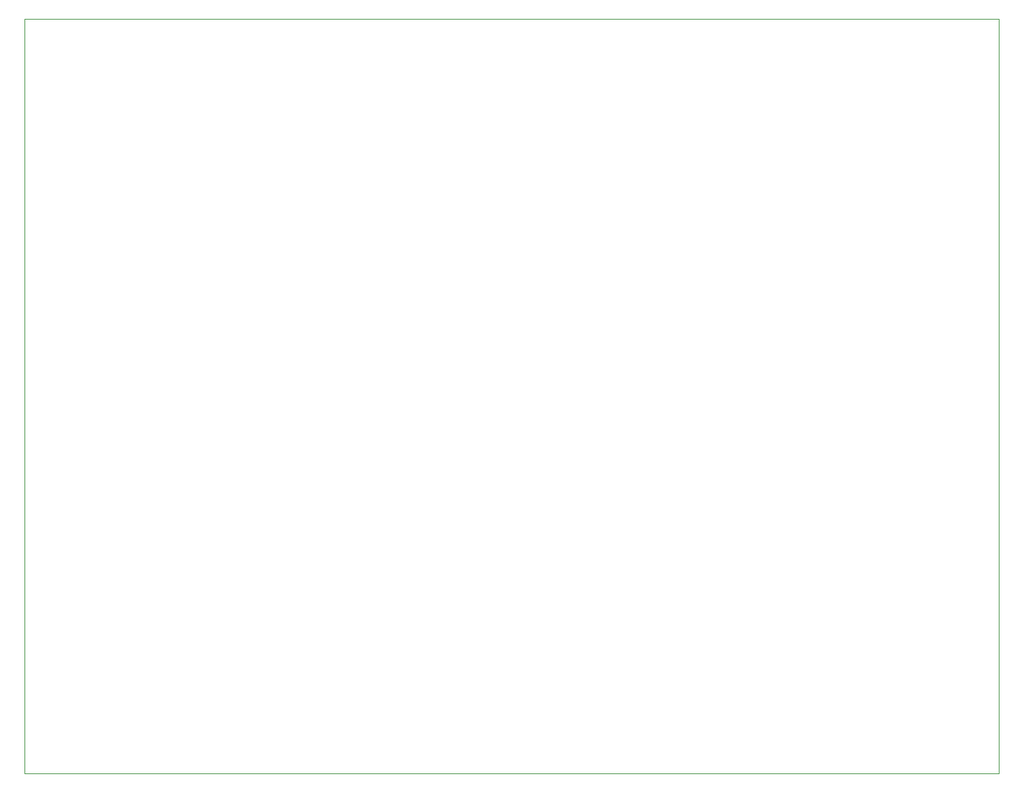
<source format=gbr>
%TF.GenerationSoftware,KiCad,Pcbnew,7.0.6*%
%TF.CreationDate,2024-01-09T11:46:40-08:00*%
%TF.ProjectId,microcontroller_board,6d696372-6f63-46f6-9e74-726f6c6c6572,rev?*%
%TF.SameCoordinates,Original*%
%TF.FileFunction,Profile,NP*%
%FSLAX46Y46*%
G04 Gerber Fmt 4.6, Leading zero omitted, Abs format (unit mm)*
G04 Created by KiCad (PCBNEW 7.0.6) date 2024-01-09 11:46:40*
%MOMM*%
%LPD*%
G01*
G04 APERTURE LIST*
%TA.AperFunction,Profile*%
%ADD10C,0.100000*%
%TD*%
G04 APERTURE END LIST*
D10*
X87655400Y-48674000D02*
X205511400Y-48674000D01*
X205511400Y-139954000D01*
X87655400Y-139954000D01*
X87655400Y-48674000D01*
M02*

</source>
